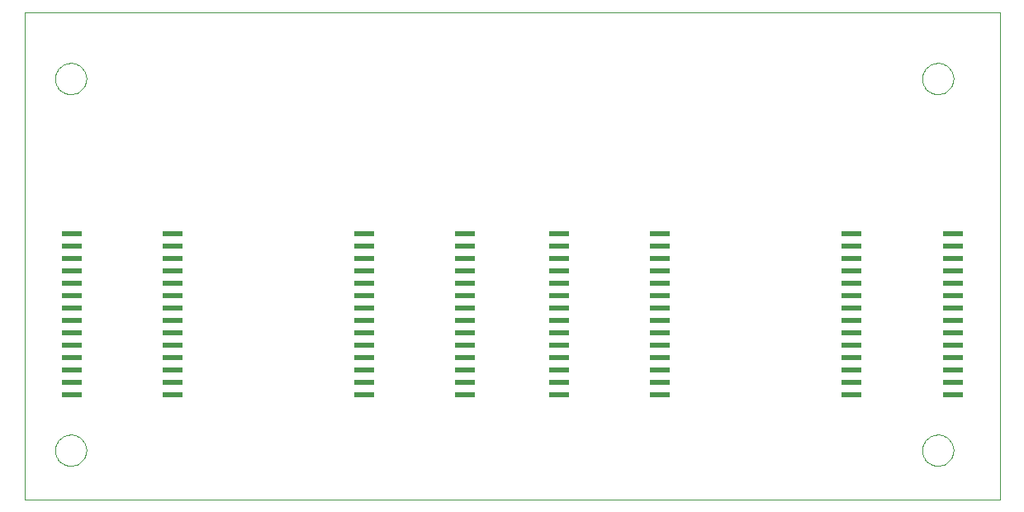
<source format=gtp>
G75*
G70*
%OFA0B0*%
%FSLAX24Y24*%
%IPPOS*%
%LPD*%
%AMOC8*
5,1,8,0,0,1.08239X$1,22.5*
%
%ADD10C,0.0000*%
%ADD11R,0.0807X0.0236*%
D10*
X000190Y000180D02*
X039561Y000180D01*
X039561Y019865D01*
X000190Y019865D01*
X000190Y000180D01*
X001431Y002180D02*
X001433Y002230D01*
X001439Y002280D01*
X001449Y002329D01*
X001463Y002377D01*
X001480Y002424D01*
X001501Y002469D01*
X001526Y002513D01*
X001554Y002554D01*
X001586Y002593D01*
X001620Y002630D01*
X001657Y002664D01*
X001697Y002694D01*
X001739Y002721D01*
X001783Y002745D01*
X001829Y002766D01*
X001876Y002782D01*
X001924Y002795D01*
X001974Y002804D01*
X002023Y002809D01*
X002074Y002810D01*
X002124Y002807D01*
X002173Y002800D01*
X002222Y002789D01*
X002270Y002774D01*
X002316Y002756D01*
X002361Y002734D01*
X002404Y002708D01*
X002445Y002679D01*
X002484Y002647D01*
X002520Y002612D01*
X002552Y002574D01*
X002582Y002534D01*
X002609Y002491D01*
X002632Y002447D01*
X002651Y002401D01*
X002667Y002353D01*
X002679Y002304D01*
X002687Y002255D01*
X002691Y002205D01*
X002691Y002155D01*
X002687Y002105D01*
X002679Y002056D01*
X002667Y002007D01*
X002651Y001959D01*
X002632Y001913D01*
X002609Y001869D01*
X002582Y001826D01*
X002552Y001786D01*
X002520Y001748D01*
X002484Y001713D01*
X002445Y001681D01*
X002404Y001652D01*
X002361Y001626D01*
X002316Y001604D01*
X002270Y001586D01*
X002222Y001571D01*
X002173Y001560D01*
X002124Y001553D01*
X002074Y001550D01*
X002023Y001551D01*
X001974Y001556D01*
X001924Y001565D01*
X001876Y001578D01*
X001829Y001594D01*
X001783Y001615D01*
X001739Y001639D01*
X001697Y001666D01*
X001657Y001696D01*
X001620Y001730D01*
X001586Y001767D01*
X001554Y001806D01*
X001526Y001847D01*
X001501Y001891D01*
X001480Y001936D01*
X001463Y001983D01*
X001449Y002031D01*
X001439Y002080D01*
X001433Y002130D01*
X001431Y002180D01*
X001431Y017180D02*
X001433Y017230D01*
X001439Y017280D01*
X001449Y017329D01*
X001463Y017377D01*
X001480Y017424D01*
X001501Y017469D01*
X001526Y017513D01*
X001554Y017554D01*
X001586Y017593D01*
X001620Y017630D01*
X001657Y017664D01*
X001697Y017694D01*
X001739Y017721D01*
X001783Y017745D01*
X001829Y017766D01*
X001876Y017782D01*
X001924Y017795D01*
X001974Y017804D01*
X002023Y017809D01*
X002074Y017810D01*
X002124Y017807D01*
X002173Y017800D01*
X002222Y017789D01*
X002270Y017774D01*
X002316Y017756D01*
X002361Y017734D01*
X002404Y017708D01*
X002445Y017679D01*
X002484Y017647D01*
X002520Y017612D01*
X002552Y017574D01*
X002582Y017534D01*
X002609Y017491D01*
X002632Y017447D01*
X002651Y017401D01*
X002667Y017353D01*
X002679Y017304D01*
X002687Y017255D01*
X002691Y017205D01*
X002691Y017155D01*
X002687Y017105D01*
X002679Y017056D01*
X002667Y017007D01*
X002651Y016959D01*
X002632Y016913D01*
X002609Y016869D01*
X002582Y016826D01*
X002552Y016786D01*
X002520Y016748D01*
X002484Y016713D01*
X002445Y016681D01*
X002404Y016652D01*
X002361Y016626D01*
X002316Y016604D01*
X002270Y016586D01*
X002222Y016571D01*
X002173Y016560D01*
X002124Y016553D01*
X002074Y016550D01*
X002023Y016551D01*
X001974Y016556D01*
X001924Y016565D01*
X001876Y016578D01*
X001829Y016594D01*
X001783Y016615D01*
X001739Y016639D01*
X001697Y016666D01*
X001657Y016696D01*
X001620Y016730D01*
X001586Y016767D01*
X001554Y016806D01*
X001526Y016847D01*
X001501Y016891D01*
X001480Y016936D01*
X001463Y016983D01*
X001449Y017031D01*
X001439Y017080D01*
X001433Y017130D01*
X001431Y017180D01*
X036431Y017180D02*
X036433Y017230D01*
X036439Y017280D01*
X036449Y017329D01*
X036463Y017377D01*
X036480Y017424D01*
X036501Y017469D01*
X036526Y017513D01*
X036554Y017554D01*
X036586Y017593D01*
X036620Y017630D01*
X036657Y017664D01*
X036697Y017694D01*
X036739Y017721D01*
X036783Y017745D01*
X036829Y017766D01*
X036876Y017782D01*
X036924Y017795D01*
X036974Y017804D01*
X037023Y017809D01*
X037074Y017810D01*
X037124Y017807D01*
X037173Y017800D01*
X037222Y017789D01*
X037270Y017774D01*
X037316Y017756D01*
X037361Y017734D01*
X037404Y017708D01*
X037445Y017679D01*
X037484Y017647D01*
X037520Y017612D01*
X037552Y017574D01*
X037582Y017534D01*
X037609Y017491D01*
X037632Y017447D01*
X037651Y017401D01*
X037667Y017353D01*
X037679Y017304D01*
X037687Y017255D01*
X037691Y017205D01*
X037691Y017155D01*
X037687Y017105D01*
X037679Y017056D01*
X037667Y017007D01*
X037651Y016959D01*
X037632Y016913D01*
X037609Y016869D01*
X037582Y016826D01*
X037552Y016786D01*
X037520Y016748D01*
X037484Y016713D01*
X037445Y016681D01*
X037404Y016652D01*
X037361Y016626D01*
X037316Y016604D01*
X037270Y016586D01*
X037222Y016571D01*
X037173Y016560D01*
X037124Y016553D01*
X037074Y016550D01*
X037023Y016551D01*
X036974Y016556D01*
X036924Y016565D01*
X036876Y016578D01*
X036829Y016594D01*
X036783Y016615D01*
X036739Y016639D01*
X036697Y016666D01*
X036657Y016696D01*
X036620Y016730D01*
X036586Y016767D01*
X036554Y016806D01*
X036526Y016847D01*
X036501Y016891D01*
X036480Y016936D01*
X036463Y016983D01*
X036449Y017031D01*
X036439Y017080D01*
X036433Y017130D01*
X036431Y017180D01*
X036431Y002180D02*
X036433Y002230D01*
X036439Y002280D01*
X036449Y002329D01*
X036463Y002377D01*
X036480Y002424D01*
X036501Y002469D01*
X036526Y002513D01*
X036554Y002554D01*
X036586Y002593D01*
X036620Y002630D01*
X036657Y002664D01*
X036697Y002694D01*
X036739Y002721D01*
X036783Y002745D01*
X036829Y002766D01*
X036876Y002782D01*
X036924Y002795D01*
X036974Y002804D01*
X037023Y002809D01*
X037074Y002810D01*
X037124Y002807D01*
X037173Y002800D01*
X037222Y002789D01*
X037270Y002774D01*
X037316Y002756D01*
X037361Y002734D01*
X037404Y002708D01*
X037445Y002679D01*
X037484Y002647D01*
X037520Y002612D01*
X037552Y002574D01*
X037582Y002534D01*
X037609Y002491D01*
X037632Y002447D01*
X037651Y002401D01*
X037667Y002353D01*
X037679Y002304D01*
X037687Y002255D01*
X037691Y002205D01*
X037691Y002155D01*
X037687Y002105D01*
X037679Y002056D01*
X037667Y002007D01*
X037651Y001959D01*
X037632Y001913D01*
X037609Y001869D01*
X037582Y001826D01*
X037552Y001786D01*
X037520Y001748D01*
X037484Y001713D01*
X037445Y001681D01*
X037404Y001652D01*
X037361Y001626D01*
X037316Y001604D01*
X037270Y001586D01*
X037222Y001571D01*
X037173Y001560D01*
X037124Y001553D01*
X037074Y001550D01*
X037023Y001551D01*
X036974Y001556D01*
X036924Y001565D01*
X036876Y001578D01*
X036829Y001594D01*
X036783Y001615D01*
X036739Y001639D01*
X036697Y001666D01*
X036657Y001696D01*
X036620Y001730D01*
X036586Y001767D01*
X036554Y001806D01*
X036526Y001847D01*
X036501Y001891D01*
X036480Y001936D01*
X036463Y001983D01*
X036449Y002031D01*
X036439Y002080D01*
X036433Y002130D01*
X036431Y002180D01*
D11*
X037662Y004430D03*
X037662Y004930D03*
X037662Y005430D03*
X037662Y005930D03*
X037662Y006430D03*
X037662Y006930D03*
X037662Y007430D03*
X037662Y007930D03*
X037662Y008430D03*
X037662Y008930D03*
X037662Y009430D03*
X037662Y009930D03*
X037662Y010430D03*
X037662Y010930D03*
X033585Y010930D03*
X033585Y010430D03*
X033585Y009930D03*
X033585Y009430D03*
X033585Y008930D03*
X033585Y008430D03*
X033585Y007930D03*
X033585Y007430D03*
X033585Y006930D03*
X033585Y006430D03*
X033585Y005930D03*
X033585Y005430D03*
X033585Y004930D03*
X033585Y004430D03*
X025851Y004430D03*
X025851Y004930D03*
X025851Y005430D03*
X025851Y005930D03*
X025851Y006430D03*
X025851Y006930D03*
X025851Y007430D03*
X025851Y007930D03*
X025851Y008430D03*
X025851Y008930D03*
X025851Y009430D03*
X025851Y009930D03*
X025851Y010430D03*
X025851Y010930D03*
X021774Y010930D03*
X021774Y010430D03*
X021774Y009930D03*
X021774Y009430D03*
X021774Y008930D03*
X021774Y008430D03*
X021774Y007930D03*
X021774Y007430D03*
X021774Y006930D03*
X021774Y006430D03*
X021774Y005930D03*
X021774Y005430D03*
X021774Y004930D03*
X021774Y004430D03*
X017977Y004430D03*
X017977Y004930D03*
X017977Y005430D03*
X017977Y005930D03*
X017977Y006430D03*
X017977Y006930D03*
X017977Y007430D03*
X017977Y007930D03*
X017977Y008430D03*
X017977Y008930D03*
X017977Y009430D03*
X017977Y009930D03*
X017977Y010430D03*
X017977Y010930D03*
X013900Y010930D03*
X013900Y010430D03*
X013900Y009930D03*
X013900Y009430D03*
X013900Y008930D03*
X013900Y008430D03*
X013900Y007930D03*
X013900Y007430D03*
X013900Y006930D03*
X013900Y006430D03*
X013900Y005930D03*
X013900Y005430D03*
X013900Y004930D03*
X013900Y004430D03*
X006166Y004430D03*
X006166Y004930D03*
X006166Y005430D03*
X006166Y005930D03*
X006166Y006430D03*
X006166Y006930D03*
X006166Y007430D03*
X006166Y007930D03*
X006166Y008430D03*
X006166Y008930D03*
X006166Y009430D03*
X006166Y009930D03*
X006166Y010430D03*
X006166Y010930D03*
X002089Y010930D03*
X002089Y010430D03*
X002089Y009930D03*
X002089Y009430D03*
X002089Y008930D03*
X002089Y008430D03*
X002089Y007930D03*
X002089Y007430D03*
X002089Y006930D03*
X002089Y006430D03*
X002089Y005930D03*
X002089Y005430D03*
X002089Y004930D03*
X002089Y004430D03*
M02*

</source>
